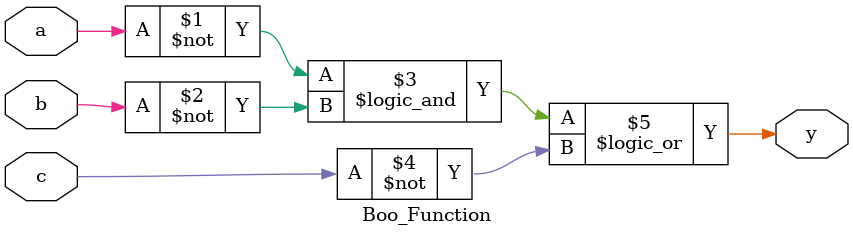
<source format=v>
/* Verilog HDL code for boolean function y = a'b' + c' */

module Boo_Function ( a,b,c,y); /* this creates a module */

input a,b,c; /* 'input' is the keyword use to define the inputs */
output y;    /* 'output' is the keyword use to define the outputs */

assign y = (~a) && (~b) || (~c); 
/* 'assign' is a keyword use to assign expression to the variable i.e. LHS is assigned by RHS
    '~' is use as a Logical NOT, '&&' is use as a Logical AND, and '||' is use as a Logical OR */

endmodule  /* this ends the module */
</source>
